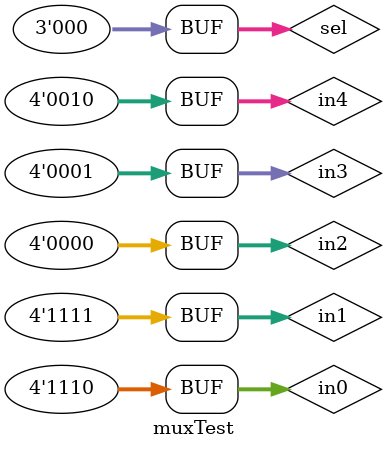
<source format=v>
`timescale 1ns / 1ps


module muxTest;

	// Inputs
	reg [3:0] in0;
	reg [3:0] in1;
	reg [3:0] in2;
	reg [3:0] in3;
	reg [3:0] in4;
	reg [2:0] sel;

	// Outputs
	wire [3:0] out;
	wire [3:0] outbar;

	// Instantiate the Unit Under Test (UUT)
	mux5_1 #(.SZE(4))
	uut(
		.in0(in0), 
		.in1(in1), 
		.in2(in2), 
		.in3(in3), 
		.in4(in4), 
		.sel(sel), 
		.out(out), 
		.outbar(outbar)
	);

	initial begin
		// Initialize Inputs
		in0 = -2;
		in1 = -1;
		in2 = 0;
		in3 = 1;
		in4 = 2;
		sel = 0;

		// Wait 100 ns for global reset to finish
		#100;
        
		// Add stimulus here

	end
      
endmodule


</source>
